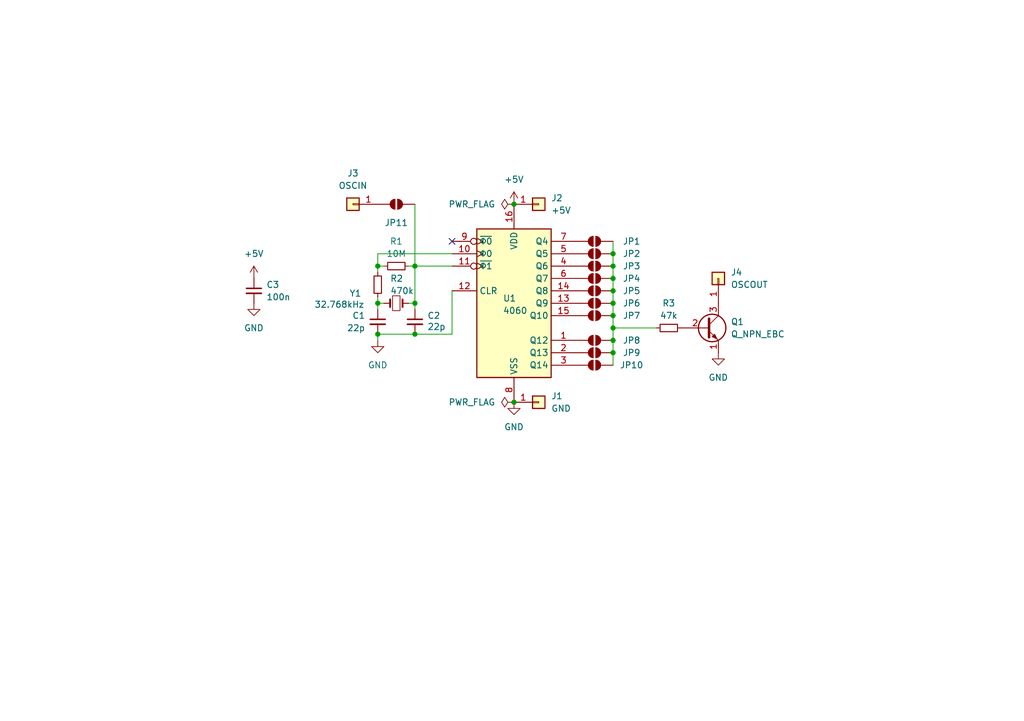
<source format=kicad_sch>
(kicad_sch (version 20231120) (generator "eeschema") (generator_version "8.0")
  (paper "A5")
  (title_block (title "Clock divider") (date "2024-11-19") (rev "1"))
  (lib_symbols
    (symbol "4xxx:4060"
      (property "Reference" "U" (at 5.08 16.51 0))
      (property "Value" "4060" (at 6.35 -16.51 0))
      (symbol "4060_1_0"
        (pin output line (at 12.7 -7.62 180) (length 5.08) (name "Q12") (number "1"))
        (pin input clock (at -12.7 10.16 0) (length 5.08) (name "Φ0") (number "10"))
        (pin input inverted_clock (at -12.7 7.62 0) (length 5.08) (name "~{Φ1}") (number "11"))
        (pin input line (at -12.7 2.54 0) (length 5.08) (name "CLR") (number "12"))
        (pin output line (at 12.7 0 180) (length 5.08) (name "Q9") (number "13"))
        (pin output line (at 12.7 2.54 180) (length 5.08) (name "Q8") (number "14"))
        (pin output line (at 12.7 -2.54 180) (length 5.08) (name "Q10") (number "15"))
        (pin power_in line (at 0 20.32 270) (length 5.08) (name "VDD") (number "16"))
        (pin output line (at 12.7 -10.16 180) (length 5.08) (name "Q13") (number "2"))
        (pin output line (at 12.7 -12.7 180) (length 5.08) (name "Q14") (number "3"))
        (pin output line (at 12.7 7.62 180) (length 5.08) (name "Q6") (number "4"))
        (pin output line (at 12.7 10.16 180) (length 5.08) (name "Q5") (number "5"))
        (pin output line (at 12.7 5.08 180) (length 5.08) (name "Q7") (number "6"))
        (pin output line (at 12.7 12.7 180) (length 5.08) (name "Q4") (number "7"))
        (pin power_in line (at 0 -20.32 90) (length 5.08) (name "VSS") (number "8"))
        (pin input inverted_clock (at -12.7 12.7 0) (length 5.08) (name "~{Φ0}") (number "9"))
      )
      (symbol "4060_1_1"
        (rectangle (start -7.62 15.24) (end 7.62 -15.24) (stroke (width 0.254)) (fill (type background)))
      )
    )
    (symbol "Connector_Generic:Conn_01x01" (pin_names (offset 1.016) hide)
      (property "Reference" "J" (at 0 2.54 0))
      (property "Value" "Conn_01x01" (at 0 -2.54 0))
      (symbol "Conn_01x01_1_1"
        (rectangle (start -1.27 0.127) (end 0 -0.127) (stroke (width 0.1524)))
        (rectangle (start -1.27 1.27) (end 1.27 -1.27) (stroke (width 0.254)) (fill (type background)))
        (pin passive line (at -5.08 0 0) (length 3.81) (name "Pin_1") (number "1"))
      )
    )
    (symbol "Device:C_Small" (pin_numbers hide) (pin_names (offset 0.254) hide)
      (property "Reference" "C" (at 0.254 1.778 0))
      (property "Value" "C_Small" (at 0.254 -2.032 0))
      (symbol "C_Small_0_1"
        (polyline (pts (xy -1.524 -0.508) (xy 1.524 -0.508)) (stroke (width 0.3302)))
        (polyline (pts (xy -1.524 0.508) (xy 1.524 0.508)) (stroke (width 0.3048)))
      )
      (symbol "C_Small_1_1"
        (pin passive line (at 0 2.54 270) (length 2.032) (name "~") (number "1"))
        (pin passive line (at 0 -2.54 90) (length 2.032) (name "~") (number "2"))
      )
    )
    (symbol "Device:Crystal_Small" (pin_numbers hide) (pin_names (offset 1.016) hide)
      (property "Reference" "Y" (at 0 2.54 0))
      (property "Value" "Crystal_Small" (at 0 -2.54 0))
      (symbol "Crystal_Small_0_1"
        (rectangle (start -0.762 -1.524) (end 0.762 1.524))
        (polyline (pts (xy -1.27 -0.762) (xy -1.27 0.762)) (stroke (width 0.381)))
        (polyline (pts (xy 1.27 -0.762) (xy 1.27 0.762)) (stroke (width 0.381)))
      )
      (symbol "Crystal_Small_1_1"
        (pin passive line (at -2.54 0 0) (length 1.27) (name "1") (number "1"))
        (pin passive line (at 2.54 0 180) (length 1.27) (name "2") (number "2"))
      )
    )
    (symbol "Device:Q_NPN_EBC" (pin_names (offset 0) hide)
      (property "Reference" "Q" (at 5.08 1.27 0))
      (property "Value" "Q_NPN_EBC" (at 5.08 -1.27 0))
      (symbol "Q_NPN_EBC_0_1"
        (polyline (pts (xy 0.635 0.635) (xy 2.54 2.54)))
        (polyline (pts (xy 0.635 -0.635) (xy 2.54 -2.54) (xy 2.54 -2.54)))
        (polyline (pts (xy 0.635 1.905) (xy 0.635 -1.905) (xy 0.635 -1.905)) (stroke (width 0.508)))
        (polyline (pts (xy 1.27 -1.778) (xy 1.778 -1.27) (xy 2.286 -2.286) (xy 1.27 -1.778) (xy 1.27 -1.778)) (fill (type outline)))
        (circle (center 1.27 0) (radius 2.8194) (stroke (width 0.254)))
      )
      (symbol "Q_NPN_EBC_1_1"
        (pin passive line (at 2.54 -5.08 90) (length 2.54) (name "E") (number "1"))
        (pin passive line (at -5.08 0 0) (length 5.715) (name "B") (number "2"))
        (pin passive line (at 2.54 5.08 270) (length 2.54) (name "C") (number "3"))
      )
    )
    (symbol "Device:R_Small" (pin_numbers hide) (pin_names (offset 0.254) hide)
      (property "Reference" "R" (at 0.762 0.508 0))
      (property "Value" "R_Small" (at 0.762 -1.016 0))
      (symbol "R_Small_0_1"
        (rectangle (start -0.762 1.778) (end 0.762 -1.778) (stroke (width 0.2032)))
      )
      (symbol "R_Small_1_1"
        (pin passive line (at 0 2.54 270) (length 0.762) (name "~") (number "1"))
        (pin passive line (at 0 -2.54 90) (length 0.762) (name "~") (number "2"))
      )
    )
    (symbol "Jumper:SolderJumper_2_Open" (pin_numbers hide) (pin_names (offset 0) hide) (exclude_from_sim yes) (in_bom no)
      (property "Reference" "JP" (at 0 2.032 0))
      (property "Value" "SolderJumper_2_Open" (at 0 -2.54 0))
      (symbol "SolderJumper_2_Open_0_1"
        (arc (start -0.254 1.016) (mid -1.2656 0) (end -0.254 -1.016))
        (arc (start -0.254 1.016) (mid -1.2656 0) (end -0.254 -1.016) (fill (type outline)))
        (polyline (pts (xy -0.254 1.016) (xy -0.254 -1.016)))
        (polyline (pts (xy 0.254 1.016) (xy 0.254 -1.016)))
        (arc (start 0.254 -1.016) (mid 1.2656 0) (end 0.254 1.016))
        (arc (start 0.254 -1.016) (mid 1.2656 0) (end 0.254 1.016) (fill (type outline)))
      )
      (symbol "SolderJumper_2_Open_1_1"
        (pin passive line (at -3.81 0 0) (length 2.54) (name "A") (number "1"))
        (pin passive line (at 3.81 0 180) (length 2.54) (name "B") (number "2"))
      )
    )
    (symbol "power:+5V" (power) (pin_numbers hide) (pin_names (offset 0) hide)
      (property "Value" "+5V" (at 0 3.556 0))
      (symbol "+5V_0_1"
        (polyline (pts (xy -0.762 1.27) (xy 0 2.54)))
        (polyline (pts (xy 0 0) (xy 0 2.54)))
        (polyline (pts (xy 0 2.54) (xy 0.762 1.27)))
      )
      (symbol "+5V_1_1"
        (pin power_in line (at 0 0 90) (length 0) (name "~") (number "1"))
      )
    )
    (symbol "power:GND" (power) (pin_numbers hide) (pin_names (offset 0) hide)
      (property "Value" "GND" (at 0 -3.81 0))
      (symbol "GND_0_1"
        (polyline (pts (xy 0 0) (xy 0 -1.27) (xy 1.27 -1.27) (xy 0 -2.54) (xy -1.27 -1.27) (xy 0 -1.27)))
      )
      (symbol "GND_1_1"
        (pin power_in line (at 0 0 270) (length 0) (name "~") (number "1"))
      )
    )
    (symbol "power:PWR_FLAG" (power) (pin_numbers hide) (pin_names (offset 0) hide)
      (property "Value" "PWR_FLAG" (at 0 3.81 0))
      (symbol "PWR_FLAG_0_0"
        (pin power_out line (at 0 0 90) (length 0) (name "~") (number "1"))
      )
      (symbol "PWR_FLAG_0_1"
        (polyline (pts (xy 0 0) (xy 0 1.27) (xy -1.016 1.905) (xy 0 2.54) (xy 1.016 1.905) (xy 0 1.27)))
      )
    )
  )
  (junction (at 125.73 62.23))
  (junction (at 125.73 59.69))
  (junction (at 85.09 62.23))
  (junction (at 105.41 82.55))
  (junction (at 125.73 64.77))
  (junction (at 125.73 57.15))
  (junction (at 85.09 68.58))
  (junction (at 125.73 52.07))
  (junction (at 125.73 67.31))
  (junction (at 77.47 62.23))
  (junction (at 77.47 68.58))
  (junction (at 125.73 72.39))
  (junction (at 105.41 41.91))
  (junction (at 125.73 69.85))
  (junction (at 125.73 54.61))
  (junction (at 77.47 54.61))
  (junction (at 85.09 54.61))
  (no_connect (at 92.71 49.53))
  (wire (pts (xy 83.82 54.61) (xy 85.09 54.61)))
  (wire (pts (xy 125.73 64.77) (xy 125.73 67.31)))
  (wire (pts (xy 125.73 69.85) (xy 125.73 72.39)))
  (wire (pts (xy 77.47 54.61) (xy 77.47 52.07)))
  (wire (pts (xy 125.73 62.23) (xy 125.73 64.77)))
  (wire (pts (xy 125.73 49.53) (xy 125.73 52.07)))
  (wire (pts (xy 92.71 59.69) (xy 92.71 68.58)))
  (wire (pts (xy 125.73 67.31) (xy 125.73 69.85)))
  (wire (pts (xy 77.47 52.07) (xy 92.71 52.07)))
  (wire (pts (xy 125.73 67.31) (xy 134.62 67.31)))
  (wire (pts (xy 125.73 57.15) (xy 125.73 59.69)))
  (wire (pts (xy 125.73 72.39) (xy 125.73 74.93)))
  (wire (pts (xy 85.09 41.91) (xy 85.09 54.61)))
  (wire (pts (xy 77.47 62.23) (xy 77.47 63.5)))
  (wire (pts (xy 78.74 54.61) (xy 77.47 54.61)))
  (wire (pts (xy 78.74 62.23) (xy 77.47 62.23)))
  (wire (pts (xy 77.47 68.58) (xy 77.47 69.85)))
  (wire (pts (xy 85.09 68.58) (xy 92.71 68.58)))
  (wire (pts (xy 85.09 54.61) (xy 92.71 54.61)))
  (wire (pts (xy 125.73 54.61) (xy 125.73 57.15)))
  (wire (pts (xy 85.09 62.23) (xy 85.09 63.5)))
  (wire (pts (xy 77.47 68.58) (xy 85.09 68.58)))
  (wire (pts (xy 85.09 54.61) (xy 85.09 62.23)))
  (wire (pts (xy 85.09 62.23) (xy 83.82 62.23)))
  (wire (pts (xy 125.73 59.69) (xy 125.73 62.23)))
  (wire (pts (xy 125.73 52.07) (xy 125.73 54.61)))
  (wire (pts (xy 77.47 60.96) (xy 77.47 62.23)))
  (wire (pts (xy 77.47 54.61) (xy 77.47 55.88)))
  (symbol (lib_id "Device:C_Small") (at 52.07 59.69 0) (unit 1)
    (property "Reference" "C3" (at 54.61 58.4262 0) (effects (justify left)))
    (property "Value" "100n" (at 54.61 60.9662 0) (effects (justify left)))
    (property "Footprint" "Capacitor_THT:C_Disc_D3.0mm_W1.6mm_P2.50mm" (effects (hide yes)))
    (property "Description" "Unpolarized capacitor, small symbol" (effects (hide yes)))
  )
  (symbol (lib_id "Jumper:SolderJumper_2_Open") (at 121.92 72.39 0) (unit 1) (exclude_from_sim yes) (in_bom no)
    (property "Reference" "JP9" (at 129.54 72.39 0))
    (property "Value" "SolderJumper_2_Open" (effects (hide yes)))
    (property "Footprint" "Jumper:SolderJumper-2_P1.3mm_Open_TrianglePad1.0x1.5mm" (effects (hide yes)))
    (property "Description" "Solder Jumper, 2-pole, open" (effects (hide yes)))
  )
  (symbol (lib_id "Jumper:SolderJumper_2_Open") (at 121.92 62.23 0) (unit 1) (exclude_from_sim yes) (in_bom no)
    (property "Reference" "JP6" (at 129.54 62.23 0))
    (property "Value" "SolderJumper_2_Open" (effects (hide yes)))
    (property "Footprint" "Jumper:SolderJumper-2_P1.3mm_Open_TrianglePad1.0x1.5mm" (effects (hide yes)))
    (property "Description" "Solder Jumper, 2-pole, open" (effects (hide yes)))
  )
  (symbol (lib_id "Jumper:SolderJumper_2_Open") (at 121.92 49.53 0) (unit 1) (exclude_from_sim yes) (in_bom no)
    (property "Reference" "JP1" (at 129.54 49.53 0))
    (property "Value" "SolderJumper_2_Open" (effects (hide yes)))
    (property "Footprint" "Jumper:SolderJumper-2_P1.3mm_Open_TrianglePad1.0x1.5mm" (effects (hide yes)))
    (property "Description" "Solder Jumper, 2-pole, open" (effects (hide yes)))
  )
  (symbol (lib_id "Device:C_Small") (at 85.09 66.04 0) (unit 1)
    (property "Reference" "C2" (at 87.63 64.7762 0) (effects (justify left)))
    (property "Value" "22p" (at 87.63 67.056 0) (effects (justify left)))
    (property "Footprint" "Capacitor_THT:C_Disc_D3.0mm_W1.6mm_P2.50mm" (effects (hide yes)))
    (property "Description" "Unpolarized capacitor, small symbol" (effects (hide yes)))
  )
  (symbol (lib_id "Device:C_Small") (at 77.47 66.04 0) (mirror y) (unit 1)
    (property "Reference" "C1" (at 74.93 64.7762 0) (effects (justify left)))
    (property "Value" "22p" (at 74.93 67.3162 0) (effects (justify left)))
    (property "Footprint" "Capacitor_THT:C_Disc_D3.0mm_W1.6mm_P2.50mm" (effects (hide yes)))
    (property "Description" "Unpolarized capacitor, small symbol" (effects (hide yes)))
  )
  (symbol (lib_id "Jumper:SolderJumper_2_Open") (at 121.92 74.93 0) (unit 1) (exclude_from_sim yes) (in_bom no)
    (property "Reference" "JP10" (at 129.54 74.93 0))
    (property "Value" "SolderJumper_2_Open" (effects (hide yes)))
    (property "Footprint" "Jumper:SolderJumper-2_P1.3mm_Open_TrianglePad1.0x1.5mm" (effects (hide yes)))
    (property "Description" "Solder Jumper, 2-pole, open" (effects (hide yes)))
  )
  (symbol (lib_id "Jumper:SolderJumper_2_Open") (at 121.92 54.61 0) (unit 1) (exclude_from_sim yes) (in_bom no)
    (property "Reference" "JP3" (at 129.54 54.61 0))
    (property "Value" "SolderJumper_2_Open" (effects (hide yes)))
    (property "Footprint" "Jumper:SolderJumper-2_P1.3mm_Open_TrianglePad1.0x1.5mm" (effects (hide yes)))
    (property "Description" "Solder Jumper, 2-pole, open" (effects (hide yes)))
  )
  (symbol (lib_id "Jumper:SolderJumper_2_Open") (at 121.92 52.07 0) (unit 1) (exclude_from_sim yes) (in_bom no)
    (property "Reference" "JP2" (at 129.54 52.07 0))
    (property "Value" "SolderJumper_2_Open" (effects (hide yes)))
    (property "Footprint" "Jumper:SolderJumper-2_P1.3mm_Open_TrianglePad1.0x1.5mm" (effects (hide yes)))
    (property "Description" "Solder Jumper, 2-pole, open" (effects (hide yes)))
  )
  (symbol (lib_id "Connector_Generic:Conn_01x01") (at 110.49 82.55 0) (unit 1)
    (property "Reference" "J1" (at 113.03 81.2799 0) (effects (justify left)))
    (property "Value" "GND" (at 113.03 83.8199 0) (effects (justify left)))
    (property "Footprint" "Connector_Wire:SolderWire-0.1sqmm_1x01_D0.4mm_OD1mm" (effects (hide yes)))
    (property "Description" "Generic connector, single row, 01x01, script generated (kicad-library-utils/schlib/autogen/connector/)" (effects (hide yes)))
  )
  (symbol (lib_id "Device:R_Small") (at 81.28 54.61 270) (unit 1)
    (property "Reference" "R1" (at 81.28 49.53 90))
    (property "Value" "10M" (at 81.28 52.07 90))
    (property "Footprint" "Resistor_THT:R_Axial_DIN0309_L9.0mm_D3.2mm_P2.54mm_Vertical" (effects (hide yes)))
    (property "Description" "Resistor, small symbol" (effects (hide yes)))
  )
  (symbol (lib_id "power:PWR_FLAG") (at 105.41 41.91 90) (unit 1)
    (property "Reference" "#FLG02" (effects (hide yes)))
    (property "Value" "PWR_FLAG" (at 101.6 41.9099 90) (effects (justify left)))
    (property "Description" "Special symbol for telling ERC where power comes from" (effects (hide yes)))
  )
  (symbol (lib_id "power:+5V") (at 105.41 41.91 0) (unit 1)
    (property "Reference" "#PWR03" (effects (hide yes)))
    (property "Value" "+5V" (at 105.41 36.83 0))
    (property "Description" "Power symbol creates a global label with name \"+5V\"" (effects (hide yes)))
  )
  (symbol (lib_id "power:PWR_FLAG") (at 105.41 82.55 90) (unit 1)
    (property "Reference" "#FLG01" (effects (hide yes)))
    (property "Value" "PWR_FLAG" (at 101.6 82.5499 90) (effects (justify left)))
    (property "Description" "Special symbol for telling ERC where power comes from" (effects (hide yes)))
  )
  (symbol (lib_id "Jumper:SolderJumper_2_Open") (at 121.92 64.77 0) (unit 1) (exclude_from_sim yes) (in_bom no)
    (property "Reference" "JP7" (at 129.54 64.77 0))
    (property "Value" "SolderJumper_2_Open" (effects (hide yes)))
    (property "Footprint" "Jumper:SolderJumper-2_P1.3mm_Open_TrianglePad1.0x1.5mm" (effects (hide yes)))
    (property "Description" "Solder Jumper, 2-pole, open" (effects (hide yes)))
  )
  (symbol (lib_id "power:GND") (at 147.32 72.39 0) (unit 1)
    (property "Reference" "#PWR06" (effects (hide yes)))
    (property "Value" "GND" (at 147.32 77.47 0))
    (property "Description" "Power symbol creates a global label with name \"GND\" , ground" (effects (hide yes)))
  )
  (symbol (lib_id "Device:Q_NPN_EBC") (at 144.78 67.31 0) (unit 1)
    (property "Reference" "Q1" (at 149.86 66.0399 0) (effects (justify left)))
    (property "Value" "Q_NPN_EBC" (at 149.86 68.5799 0) (effects (justify left)))
    (property "Footprint" "Package_TO_SOT_THT:TO-92L_Inline_Wide" (effects (hide yes)))
    (property "Description" "NPN transistor, emitter/base/collector" (effects (hide yes)))
  )
  (symbol (lib_id "power:GND") (at 52.07 62.23 0) (unit 1)
    (property "Reference" "#PWR04" (effects (hide yes)))
    (property "Value" "GND" (at 52.07 67.31 0))
    (property "Description" "Power symbol creates a global label with name \"GND\" , ground" (effects (hide yes)))
  )
  (symbol (lib_id "Device:R_Small") (at 137.16 67.31 90) (unit 1)
    (property "Reference" "R3" (at 137.16 62.23 90))
    (property "Value" "47k" (at 137.16 64.77 90))
    (property "Footprint" "Resistor_THT:R_Axial_DIN0309_L9.0mm_D3.2mm_P2.54mm_Vertical" (effects (hide yes)))
    (property "Description" "Resistor, small symbol" (effects (hide yes)))
  )
  (symbol (lib_id "power:+5V") (at 52.07 57.15 0) (unit 1)
    (property "Reference" "#PWR05" (effects (hide yes)))
    (property "Value" "+5V" (at 52.07 52.07 0))
    (property "Description" "Power symbol creates a global label with name \"+5V\"" (effects (hide yes)))
  )
  (symbol (lib_id "Device:Crystal_Small") (at 81.28 62.23 180) (unit 1)
    (property "Reference" "Y1" (at 72.898 60.198 0))
    (property "Value" "32.768kHz" (at 69.596 62.484 0))
    (property "Footprint" "Ken:Crystal_C38-LF_D3.0mm_L8.0mm_Vertical_Extra_Pad" (effects (hide yes)))
    (property "Description" "Two pin crystal, small symbol" (effects (hide yes)))
  )
  (symbol (lib_id "Device:R_Small") (at 77.47 58.42 180) (unit 1)
    (property "Reference" "R2" (at 80.01 57.1499 0) (effects (justify right)))
    (property "Value" "470k" (at 80.01 59.6899 0) (effects (justify right)))
    (property "Footprint" "Resistor_THT:R_Axial_DIN0309_L9.0mm_D3.2mm_P2.54mm_Vertical" (effects (hide yes)))
    (property "Description" "Resistor, small symbol" (effects (hide yes)))
  )
  (symbol (lib_id "Connector_Generic:Conn_01x01") (at 110.49 41.91 0) (unit 1)
    (property "Reference" "J2" (at 113.03 40.6399 0) (effects (justify left)))
    (property "Value" "+5V" (at 113.03 43.1799 0) (effects (justify left)))
    (property "Footprint" "Connector_Wire:SolderWire-0.1sqmm_1x01_D0.4mm_OD1mm" (effects (hide yes)))
    (property "Description" "Generic connector, single row, 01x01, script generated (kicad-library-utils/schlib/autogen/connector/)" (effects (hide yes)))
  )
  (symbol (lib_id "Connector_Generic:Conn_01x01") (at 72.39 41.91 180) (unit 1)
    (property "Reference" "J3" (at 72.39 35.56 0))
    (property "Value" "OSCIN" (at 72.39 38.1 0))
    (property "Footprint" "Connector_Wire:SolderWire-0.1sqmm_1x01_D0.4mm_OD1mm" (effects (hide yes)))
    (property "Description" "Generic connector, single row, 01x01, script generated (kicad-library-utils/schlib/autogen/connector/)" (effects (hide yes)))
  )
  (symbol (lib_id "power:GND") (at 77.47 69.85 0) (unit 1)
    (property "Reference" "#PWR01" (effects (hide yes)))
    (property "Value" "GND" (at 77.47 74.93 0))
    (property "Description" "Power symbol creates a global label with name \"GND\" , ground" (effects (hide yes)))
  )
  (symbol (lib_id "4xxx:4060") (at 105.41 62.23 0) (unit 1)
    (property "Reference" "U1" (at 103.124 61.214 0) (effects (justify left)))
    (property "Value" "4060" (at 103.124 63.754 0) (effects (justify left)))
    (property "Footprint" "Package_DIP:DIP-16_W7.62mm" (effects (hide yes)))
    (property "Datasheet" "https://www.st.com/resource/en/datasheet/m74hc4060.pdf" (effects (hide yes)))
    (property "Description" "Binary counter (14-stages) and oscillator" (effects (hide yes)))
  )
  (symbol (lib_id "Jumper:SolderJumper_2_Open") (at 121.92 57.15 0) (unit 1) (exclude_from_sim yes) (in_bom no)
    (property "Reference" "JP4" (at 129.54 57.15 0))
    (property "Value" "SolderJumper_2_Open" (effects (hide yes)))
    (property "Footprint" "Jumper:SolderJumper-2_P1.3mm_Open_TrianglePad1.0x1.5mm" (effects (hide yes)))
    (property "Description" "Solder Jumper, 2-pole, open" (effects (hide yes)))
  )
  (symbol (lib_id "Jumper:SolderJumper_2_Open") (at 121.92 69.85 0) (unit 1) (exclude_from_sim yes) (in_bom no)
    (property "Reference" "JP8" (at 129.54 69.85 0))
    (property "Value" "SolderJumper_2_Open" (effects (hide yes)))
    (property "Footprint" "Jumper:SolderJumper-2_P1.3mm_Open_TrianglePad1.0x1.5mm" (effects (hide yes)))
    (property "Description" "Solder Jumper, 2-pole, open" (effects (hide yes)))
  )
  (symbol (lib_id "Jumper:SolderJumper_2_Open") (at 121.92 59.69 0) (unit 1) (exclude_from_sim yes) (in_bom no)
    (property "Reference" "JP5" (at 129.54 59.69 0))
    (property "Value" "SolderJumper_2_Open" (effects (hide yes)))
    (property "Footprint" "Jumper:SolderJumper-2_P1.3mm_Open_TrianglePad1.0x1.5mm" (effects (hide yes)))
    (property "Description" "Solder Jumper, 2-pole, open" (effects (hide yes)))
  )
  (symbol (lib_id "power:GND") (at 105.41 82.55 0) (unit 1)
    (property "Reference" "#PWR02" (effects (hide yes)))
    (property "Value" "GND" (at 105.41 87.63 0))
    (property "Description" "Power symbol creates a global label with name \"GND\" , ground" (effects (hide yes)))
  )
  (symbol (lib_id "Connector_Generic:Conn_01x01") (at 147.32 57.15 90) (unit 1)
    (property "Reference" "J4" (at 149.86 55.8799 90) (effects (justify right)))
    (property "Value" "OSCOUT" (at 149.86 58.4199 90) (effects (justify right)))
    (property "Footprint" "Connector_Wire:SolderWire-0.1sqmm_1x01_D0.4mm_OD1mm" (effects (hide yes)))
    (property "Description" "Generic connector, single row, 01x01, script generated (kicad-library-utils/schlib/autogen/connector/)" (effects (hide yes)))
  )
  (symbol (lib_id "Jumper:SolderJumper_2_Open") (at 81.28 41.91 0) (unit 1) (exclude_from_sim yes) (in_bom no)
    (property "Reference" "JP11" (at 81.28 45.72 0))
    (property "Value" "SolderJumper_2_Open" (effects (hide yes)))
    (property "Footprint" "Jumper:SolderJumper-2_P1.3mm_Open_TrianglePad1.0x1.5mm" (effects (hide yes)))
    (property "Description" "Solder Jumper, 2-pole, open" (effects (hide yes)))
  )
)
</source>
